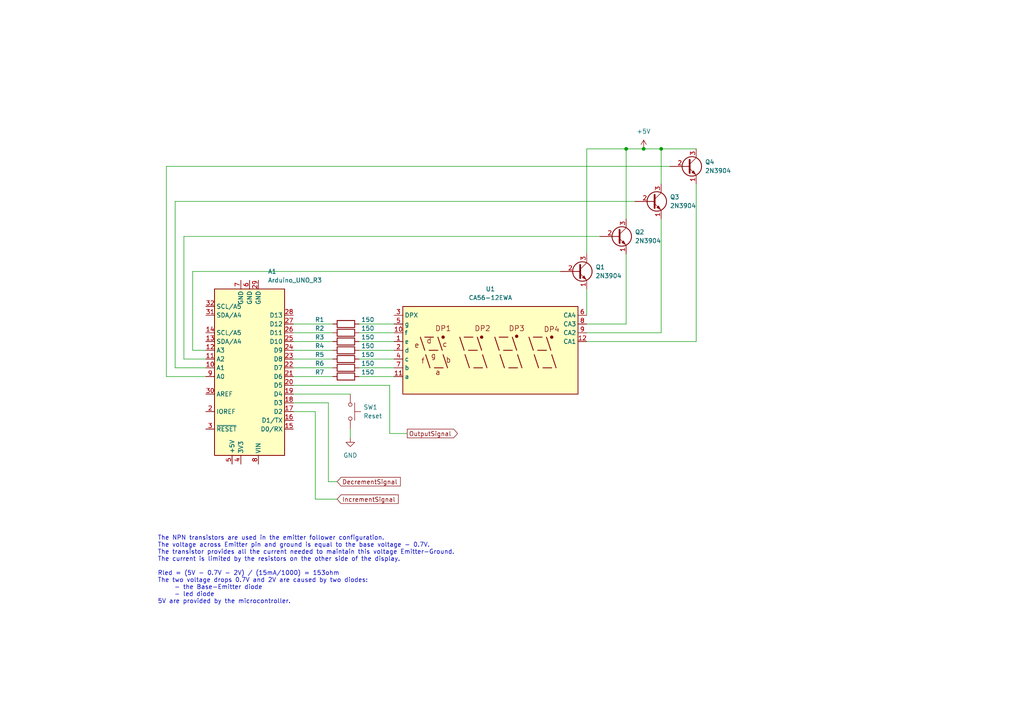
<source format=kicad_sch>
(kicad_sch (version 20211123) (generator eeschema)
  (paper "A4")
  (title_block (title "ValiDisplay2") (date "2022-09-29") (rev "1") (company "Aeindus"))
  (lib_symbols
    (symbol "Device:R" (pin_numbers hide) (pin_names (offset 0))
      (property "Reference" "R" (at 2.032 0 90))
      (property "Value" "R" (at 0 0 90))
      (symbol "R_0_1"
        (rectangle (start -1.016 -2.54) (end 1.016 2.54) (stroke (width 0.254)))
      )
      (symbol "R_1_1"
        (pin passive line (at 0 3.81 270) (length 1.27) (name "~") (number "1"))
        (pin passive line (at 0 -3.81 90) (length 1.27) (name "~") (number "2"))
      )
    )
    (symbol "Display_Character:CA56-12EWA"
      (property "Reference" "U" (at -24.13 13.97 0))
      (property "Value" "CA56-12EWA" (at 19.05 13.97 0))
      (symbol "CA56-12EWA_0_0"
        (rectangle (start -25.4 12.7) (end 25.4 -12.7) (stroke (width 0.254)) (fill (type background)))
        (polyline (pts (xy -20.32 -3.81) (xy -19.05 0)) (stroke (width 0.254)))
        (polyline (pts (xy -19.05 -3.81) (xy -16.51 -3.81)) (stroke (width 0.254)))
        (polyline (pts (xy -18.796 1.27) (xy -17.526 5.08)) (stroke (width 0.254)))
        (polyline (pts (xy -17.78 0) (xy -15.24 0)) (stroke (width 0.254)))
        (polyline (pts (xy -16.256 5.08) (xy -13.716 5.08)) (stroke (width 0.254)))
        (polyline (pts (xy -15.24 -3.81) (xy -13.97 0)) (stroke (width 0.254)))
        (polyline (pts (xy -13.716 1.27) (xy -12.446 5.08)) (stroke (width 0.254)))
        (polyline (pts (xy -8.89 -3.81) (xy -7.62 0)) (stroke (width 0.254)))
        (polyline (pts (xy -7.62 -3.81) (xy -5.08 -3.81)) (stroke (width 0.254)))
        (polyline (pts (xy -7.366 1.27) (xy -6.096 5.08)) (stroke (width 0.254)))
        (polyline (pts (xy -6.35 0) (xy -3.81 0)) (stroke (width 0.254)))
        (polyline (pts (xy -4.826 5.08) (xy -2.286 5.08)) (stroke (width 0.254)))
        (polyline (pts (xy -3.81 -3.81) (xy -2.54 0)) (stroke (width 0.254)))
        (polyline (pts (xy -2.286 1.27) (xy -1.016 5.08)) (stroke (width 0.254)))
        (polyline (pts (xy 1.27 -3.81) (xy 2.54 0)) (stroke (width 0.254)))
        (polyline (pts (xy 2.54 -3.81) (xy 5.08 -3.81)) (stroke (width 0.254)))
        (polyline (pts (xy 2.794 1.27) (xy 4.064 5.08)) (stroke (width 0.254)))
        (polyline (pts (xy 3.81 0) (xy 6.35 0)) (stroke (width 0.254)))
        (polyline (pts (xy 5.334 5.08) (xy 7.874 5.08)) (stroke (width 0.254)))
        (polyline (pts (xy 6.35 -3.81) (xy 7.62 0)) (stroke (width 0.254)))
        (polyline (pts (xy 7.874 1.27) (xy 9.144 5.08)) (stroke (width 0.254)))
        (polyline (pts (xy 11.176 -3.81) (xy 12.446 0)) (stroke (width 0.254)))
        (polyline (pts (xy 12.446 -3.81) (xy 14.986 -3.81)) (stroke (width 0.254)))
        (polyline (pts (xy 12.7 1.27) (xy 13.97 5.08)) (stroke (width 0.254)))
        (polyline (pts (xy 13.716 0) (xy 16.256 0)) (stroke (width 0.254)))
        (polyline (pts (xy 15.24 5.08) (xy 17.78 5.08)) (stroke (width 0.254)))
        (polyline (pts (xy 16.256 -3.81) (xy 17.526 0)) (stroke (width 0.254)))
        (polyline (pts (xy 17.78 1.27) (xy 19.05 5.08)) (stroke (width 0.254)))
        (text "a" (at -15.24 6.35 0) (effects (font (size 1.524 1.524))))
        (text "b" (at -12.192 2.794 0) (effects (font (size 1.524 1.524))))
        (text "c" (at -13.208 -1.778 0) (effects (font (size 1.524 1.524))))
        (text "d" (at -17.78 -2.794 0) (effects (font (size 1.524 1.524))))
        (text "DP1" (at -13.716 -6.35 0) (effects (font (size 1.524 1.524))))
        (text "DP2" (at -2.286 -6.35 0) (effects (font (size 1.524 1.524))))
        (text "DP3" (at 7.62 -6.35 0) (effects (font (size 1.524 1.524))))
        (text "DP4" (at 17.78 -6.096 0) (effects (font (size 1.524 1.524))))
        (text "e" (at -21.336 -1.524 0) (effects (font (size 1.524 1.524))))
        (text "f" (at -19.558 3.048 0) (effects (font (size 1.524 1.524))))
        (text "g" (at -16.51 1.524 0) (effects (font (size 1.524 1.524))))
      )
      (symbol "CA56-12EWA_0_1"
        (circle (center -13.716 -3.81) (radius 0.3556) (stroke (width 0.254)) (fill (type outline)))
        (circle (center -2.54 -3.81) (radius 0.3556) (stroke (width 0.254)) (fill (type outline)))
      )
      (symbol "CA56-12EWA_1_0"
        (circle (center 7.62 -4.064) (radius 0.3556) (stroke (width 0.254)) (fill (type outline)))
        (circle (center 17.78 -3.81) (radius 0.3556) (stroke (width 0.254)) (fill (type outline)))
      )
      (symbol "CA56-12EWA_1_1"
        (pin input line (at -27.94 -2.54 0) (length 2.54) (name "e") (number "1"))
        (pin input line (at -27.94 -5.08 0) (length 2.54) (name "f") (number "10"))
        (pin input line (at -27.94 7.62 0) (length 2.54) (name "a") (number "11"))
        (pin input line (at 27.94 -2.54 180) (length 2.54) (name "CA1") (number "12"))
        (pin input line (at -27.94 0 0) (length 2.54) (name "d") (number "2"))
        (pin input line (at -27.94 -10.16 0) (length 2.54) (name "DPX") (number "3"))
        (pin input line (at -27.94 2.54 0) (length 2.54) (name "c") (number "4"))
        (pin input line (at -27.94 -7.62 0) (length 2.54) (name "g") (number "5"))
        (pin input line (at 27.94 -10.16 180) (length 2.54) (name "CA4") (number "6"))
        (pin input line (at -27.94 5.08 0) (length 2.54) (name "b") (number "7"))
        (pin input line (at 27.94 -7.62 180) (length 2.54) (name "CA3") (number "8"))
        (pin input line (at 27.94 -5.08 180) (length 2.54) (name "CA2") (number "9"))
      )
    )
    (symbol "MCU_Module:Arduino_UNO_R3"
      (property "Reference" "A" (at -10.16 23.495 0))
      (property "Value" "Arduino_UNO_R3" (at 5.08 -26.67 0))
      (symbol "Arduino_UNO_R3_0_1"
        (rectangle (start -10.16 22.86) (end 10.16 -25.4) (stroke (width 0.254)) (fill (type background)))
      )
      (symbol "Arduino_UNO_R3_1_1"
        (pin no_connect line (at -10.16 -20.32 0) (length 2.54) hide (name "NC") (number "1"))
        (pin bidirectional line (at 12.7 -2.54 180) (length 2.54) (name "A1") (number "10"))
        (pin bidirectional line (at 12.7 -5.08 180) (length 2.54) (name "A2") (number "11"))
        (pin bidirectional line (at 12.7 -7.62 180) (length 2.54) (name "A3") (number "12"))
        (pin bidirectional line (at 12.7 -10.16 180) (length 2.54) (name "SDA/A4") (number "13"))
        (pin bidirectional line (at 12.7 -12.7 180) (length 2.54) (name "SCL/A5") (number "14"))
        (pin bidirectional line (at -12.7 15.24 0) (length 2.54) (name "D0/RX") (number "15"))
        (pin bidirectional line (at -12.7 12.7 0) (length 2.54) (name "D1/TX") (number "16"))
        (pin bidirectional line (at -12.7 10.16 0) (length 2.54) (name "D2") (number "17"))
        (pin bidirectional line (at -12.7 7.62 0) (length 2.54) (name "D3") (number "18"))
        (pin bidirectional line (at -12.7 5.08 0) (length 2.54) (name "D4") (number "19"))
        (pin output line (at 12.7 10.16 180) (length 2.54) (name "IOREF") (number "2"))
        (pin bidirectional line (at -12.7 2.54 0) (length 2.54) (name "D5") (number "20"))
        (pin bidirectional line (at -12.7 0 0) (length 2.54) (name "D6") (number "21"))
        (pin bidirectional line (at -12.7 -2.54 0) (length 2.54) (name "D7") (number "22"))
        (pin bidirectional line (at -12.7 -5.08 0) (length 2.54) (name "D8") (number "23"))
        (pin bidirectional line (at -12.7 -7.62 0) (length 2.54) (name "D9") (number "24"))
        (pin bidirectional line (at -12.7 -10.16 0) (length 2.54) (name "D10") (number "25"))
        (pin bidirectional line (at -12.7 -12.7 0) (length 2.54) (name "D11") (number "26"))
        (pin bidirectional line (at -12.7 -15.24 0) (length 2.54) (name "D12") (number "27"))
        (pin bidirectional line (at -12.7 -17.78 0) (length 2.54) (name "D13") (number "28"))
        (pin power_in line (at -2.54 -27.94 90) (length 2.54) (name "GND") (number "29"))
        (pin input line (at 12.7 15.24 180) (length 2.54) (name "~{RESET}") (number "3"))
        (pin input line (at 12.7 5.08 180) (length 2.54) (name "AREF") (number "30"))
        (pin bidirectional line (at 12.7 -17.78 180) (length 2.54) (name "SDA/A4") (number "31"))
        (pin bidirectional line (at 12.7 -20.32 180) (length 2.54) (name "SCL/A5") (number "32"))
        (pin power_out line (at 2.54 25.4 270) (length 2.54) (name "3V3") (number "4"))
        (pin power_out line (at 5.08 25.4 270) (length 2.54) (name "+5V") (number "5"))
        (pin power_in line (at 0 -27.94 90) (length 2.54) (name "GND") (number "6"))
        (pin power_in line (at 2.54 -27.94 90) (length 2.54) (name "GND") (number "7"))
        (pin power_in line (at -2.54 25.4 270) (length 2.54) (name "VIN") (number "8"))
        (pin bidirectional line (at 12.7 0 180) (length 2.54) (name "A0") (number "9"))
      )
    )
    (symbol "Switch:SW_Push" (pin_numbers hide) (pin_names (offset 1.016) hide)
      (property "Reference" "SW" (at 1.27 2.54 0))
      (property "Value" "SW_Push" (at 0 -1.524 0))
      (symbol "SW_Push_0_1"
        (circle (center -2.032 0) (radius 0.508))
        (polyline (pts (xy 0 1.27) (xy 0 3.048)))
        (polyline (pts (xy 2.54 1.27) (xy -2.54 1.27)))
        (circle (center 2.032 0) (radius 0.508))
        (pin passive line (at -5.08 0 0) (length 2.54) (name "1") (number "1"))
        (pin passive line (at 5.08 0 180) (length 2.54) (name "2") (number "2"))
      )
    )
    (symbol "Transistor_BJT:2N3904" (pin_names (offset 0) hide)
      (property "Reference" "Q" (at 5.08 1.905 0))
      (property "Value" "2N3904" (at 5.08 0 0))
      (symbol "2N3904_0_1"
        (polyline (pts (xy 0.635 0.635) (xy 2.54 2.54)))
        (polyline (pts (xy 0.635 -0.635) (xy 2.54 -2.54) (xy 2.54 -2.54)))
        (polyline (pts (xy 0.635 1.905) (xy 0.635 -1.905) (xy 0.635 -1.905)) (stroke (width 0.508)))
        (polyline (pts (xy 1.27 -1.778) (xy 1.778 -1.27) (xy 2.286 -2.286) (xy 1.27 -1.778) (xy 1.27 -1.778)) (fill (type outline)))
        (circle (center 1.27 0) (radius 2.8194) (stroke (width 0.254)))
      )
      (symbol "2N3904_1_1"
        (pin passive line (at 2.54 -5.08 90) (length 2.54) (name "E") (number "1"))
        (pin passive line (at -5.08 0 0) (length 5.715) (name "B") (number "2"))
        (pin passive line (at 2.54 5.08 270) (length 2.54) (name "C") (number "3"))
      )
    )
    (symbol "power:+5V" (power) (pin_names (offset 0))
      (property "Value" "+5V" (at 0 3.556 0))
      (symbol "+5V_0_1"
        (polyline (pts (xy -0.762 1.27) (xy 0 2.54)))
        (polyline (pts (xy 0 0) (xy 0 2.54)))
        (polyline (pts (xy 0 2.54) (xy 0.762 1.27)))
      )
      (symbol "+5V_1_1"
        (pin power_in line (at 0 0 90) (length 0) hide (name "+5V") (number "1"))
      )
    )
    (symbol "power:GND" (power) (pin_names (offset 0))
      (property "Value" "GND" (at 0 -3.81 0))
      (symbol "GND_0_1"
        (polyline (pts (xy 0 0) (xy 0 -1.27) (xy 1.27 -1.27) (xy 0 -2.54) (xy -1.27 -1.27) (xy 0 -1.27)))
      )
      (symbol "GND_1_1"
        (pin power_in line (at 0 0 270) (length 0) hide (name "GND") (number "1"))
      )
    )
  )
  (junction (at 186.69 43.18))
  (junction (at 181.61 43.18))
  (junction (at 191.77 43.18))
  (wire (pts (xy 184.15 58.42) (xy 50.8 58.42)))
  (wire (pts (xy 55.88 78.74) (xy 55.88 101.6)))
  (wire (pts (xy 104.14 101.6) (xy 114.3 101.6)))
  (wire (pts (xy 191.77 63.5) (xy 191.77 96.52)))
  (wire (pts (xy 85.09 104.14) (xy 96.52 104.14)))
  (wire (pts (xy 113.03 125.73) (xy 118.11 125.73)))
  (wire (pts (xy 162.56 78.74) (xy 55.88 78.74)))
  (wire (pts (xy 85.09 114.3) (xy 101.6 114.3)))
  (wire (pts (xy 85.09 109.22) (xy 96.52 109.22)))
  (wire (pts (xy 101.6 124.46) (xy 101.6 127)))
  (wire (pts (xy 85.09 106.68) (xy 96.52 106.68)))
  (wire (pts (xy 85.09 93.98) (xy 96.52 93.98)))
  (wire (pts (xy 85.09 111.76) (xy 113.03 111.76)))
  (wire (pts (xy 85.09 101.6) (xy 96.52 101.6)))
  (wire (pts (xy 85.09 99.06) (xy 96.52 99.06)))
  (wire (pts (xy 104.14 99.06) (xy 114.3 99.06)))
  (wire (pts (xy 170.18 43.18) (xy 181.61 43.18)))
  (wire (pts (xy 104.14 96.52) (xy 114.3 96.52)))
  (wire (pts (xy 85.09 116.84) (xy 95.25 116.84)))
  (wire (pts (xy 194.31 48.26) (xy 48.26 48.26)))
  (wire (pts (xy 91.44 119.38) (xy 91.44 144.78)))
  (wire (pts (xy 104.14 109.22) (xy 114.3 109.22)))
  (wire (pts (xy 48.26 109.22) (xy 59.69 109.22)))
  (wire (pts (xy 170.18 83.82) (xy 170.18 91.44)))
  (wire (pts (xy 113.03 111.76) (xy 113.03 125.73)))
  (wire (pts (xy 191.77 96.52) (xy 170.18 96.52)))
  (wire (pts (xy 55.88 101.6) (xy 59.69 101.6)))
  (wire (pts (xy 170.18 73.66) (xy 170.18 43.18)))
  (wire (pts (xy 181.61 73.66) (xy 181.61 93.98)))
  (wire (pts (xy 95.25 139.7) (xy 97.79 139.7)))
  (wire (pts (xy 191.77 43.18) (xy 201.93 43.18)))
  (wire (pts (xy 95.25 116.84) (xy 95.25 139.7)))
  (wire (pts (xy 181.61 43.18) (xy 181.61 63.5)))
  (wire (pts (xy 181.61 43.18) (xy 186.69 43.18)))
  (wire (pts (xy 104.14 104.14) (xy 114.3 104.14)))
  (wire (pts (xy 186.69 43.18) (xy 191.77 43.18)))
  (wire (pts (xy 181.61 93.98) (xy 170.18 93.98)))
  (wire (pts (xy 53.34 104.14) (xy 59.69 104.14)))
  (wire (pts (xy 191.77 43.18) (xy 191.77 53.34)))
  (wire (pts (xy 50.8 106.68) (xy 59.69 106.68)))
  (wire (pts (xy 91.44 144.78) (xy 97.79 144.78)))
  (wire (pts (xy 104.14 106.68) (xy 114.3 106.68)))
  (wire (pts (xy 173.99 68.58) (xy 53.34 68.58)))
  (wire (pts (xy 50.8 58.42) (xy 50.8 106.68)))
  (wire (pts (xy 201.93 99.06) (xy 170.18 99.06)))
  (wire (pts (xy 104.14 93.98) (xy 114.3 93.98)))
  (wire (pts (xy 85.09 119.38) (xy 91.44 119.38)))
  (wire (pts (xy 53.34 68.58) (xy 53.34 104.14)))
  (wire (pts (xy 201.93 53.34) (xy 201.93 99.06)))
  (wire (pts (xy 48.26 48.26) (xy 48.26 109.22)))
  (wire (pts (xy 85.09 96.52) (xy 96.52 96.52)))
  (text "The NPN transistors are used in the emitter follower configuration.\nThe voltage across Emitter pin and ground is equal to the base voltage - 0.7V.\nThe transistor provides all the current needed to maintain this voltage Emitter-Ground.\nThe current is limited by the resistors on the other side of the display.\n\nRled = (5V - 0.7V - 2V) / (15mA/1000) = 153ohm\nThe two voltage drops 0.7V and 2V are caused by two diodes:\n	- the Base-Emitter diode\n	- led diode\n5V are provided by the microcontroller." (at 45.72 175.26 0) (effects (font (size 1.27 1.27)) (justify left bottom)))
  (global_label "IncrementSignal" (shape input) (at 97.79 144.78 0) (property "Intersheet References" "${INTERSHEET_REFS}" (effects hide)))
  (global_label "DecrementSignal" (shape input) (at 97.79 139.7 0) (property "Intersheet References" "${INTERSHEET_REFS}" (effects hide)))
  (global_label "OutputSignal" (shape output) (at 118.11 125.73 0) (property "Intersheet References" "${INTERSHEET_REFS}" (effects hide)))
  (symbol (lib_id "Device:R") (at 100.33 104.14 90) (unit 1)
    (property "Reference" "R5" (at 92.71 102.87 90))
    (property "Value" "150" (at 106.68 102.87 90))
  )
  (symbol (lib_id "Transistor_BJT:2N3904") (at 179.07 68.58 0) (unit 1)
    (property "Reference" "Q2" (at 184.15 67.3099 0) (effects (justify left)))
    (property "Value" "2N3904" (at 184.15 69.8499 0) (effects (justify left)))
    (property "Footprint" "Package_TO_SOT_THT:TO-92_Inline" (effects hide))
    (property "Datasheet" "https://www.onsemi.com/pub/Collateral/2N3903-D.PDF" (effects hide))
  )
  (symbol (lib_id "Display_Character:CA56-12EWA") (at 142.24 101.6 0) (mirror x) (unit 1)
    (property "Reference" "U1" (at 142.24 83.82 0))
    (property "Value" "CA56-12EWA" (at 142.24 86.36 0))
    (property "Footprint" "Display_7Segment:CA56-12EWA" (effects hide))
    (property "Datasheet" "http://www.kingbrightusa.com/images/catalog/SPEC/CA56-12EWA.pdf" (effects hide))
  )
  (symbol (lib_id "Transistor_BJT:2N3904") (at 167.64 78.74 0) (unit 1)
    (property "Reference" "Q1" (at 172.72 77.4699 0) (effects (justify left)))
    (property "Value" "2N3904" (at 172.72 80.0099 0) (effects (justify left)))
    (property "Footprint" "Package_TO_SOT_THT:TO-92_Inline" (effects hide))
    (property "Datasheet" "https://www.onsemi.com/pub/Collateral/2N3903-D.PDF" (effects hide))
  )
  (symbol (lib_id "Device:R") (at 100.33 99.06 90) (unit 1)
    (property "Reference" "R3" (at 92.71 97.79 90))
    (property "Value" "150" (at 106.68 97.79 90))
  )
  (symbol (lib_id "Device:R") (at 100.33 106.68 90) (unit 1)
    (property "Reference" "R6" (at 92.71 105.41 90))
    (property "Value" "150" (at 106.68 105.41 90))
  )
  (symbol (lib_id "Switch:SW_Push") (at 101.6 119.38 270) (unit 1)
    (property "Reference" "SW1" (at 105.41 118.1099 90) (effects (justify left)))
    (property "Value" "Reset" (at 105.41 120.6499 90) (effects (justify left)))
  )
  (symbol (lib_id "Device:R") (at 100.33 96.52 90) (unit 1)
    (property "Reference" "R2" (at 92.71 95.25 90))
    (property "Value" "150" (at 106.68 95.25 90))
  )
  (symbol (lib_id "Device:R") (at 100.33 93.98 90) (unit 1)
    (property "Reference" "R1" (at 92.71 92.71 90))
    (property "Value" "150" (at 106.68 92.71 90))
  )
  (symbol (lib_id "Transistor_BJT:2N3904") (at 189.23 58.42 0) (unit 1)
    (property "Reference" "Q3" (at 194.31 57.1499 0) (effects (justify left)))
    (property "Value" "2N3904" (at 194.31 59.6899 0) (effects (justify left)))
    (property "Footprint" "Package_TO_SOT_THT:TO-92_Inline" (effects hide))
    (property "Datasheet" "https://www.onsemi.com/pub/Collateral/2N3903-D.PDF" (effects hide))
  )
  (symbol (lib_id "power:GND") (at 101.6 127 0) (unit 1)
    (property "Reference" "#PWR01" (effects hide))
    (property "Value" "GND" (at 101.6 132.08 0))
  )
  (symbol (lib_id "MCU_Module:Arduino_UNO_R3") (at 72.39 109.22 180) (unit 1)
    (property "Reference" "A1" (at 77.6987 78.74 0) (effects (justify right)))
    (property "Value" "Arduino_UNO_R3" (at 77.6987 81.28 0) (effects (justify right)))
    (property "Footprint" "Module:Arduino_UNO_R3" (effects hide))
    (property "Datasheet" "https://www.arduino.cc/en/Main/arduinoBoardUno" (effects hide))
  )
  (symbol (lib_id "Transistor_BJT:2N3904") (at 199.39 48.26 0) (unit 1)
    (property "Reference" "Q4" (at 204.47 46.9899 0) (effects (justify left)))
    (property "Value" "2N3904" (at 204.47 49.5299 0) (effects (justify left)))
    (property "Footprint" "Package_TO_SOT_THT:TO-92_Inline" (effects hide))
    (property "Datasheet" "https://www.onsemi.com/pub/Collateral/2N3903-D.PDF" (effects hide))
  )
  (symbol (lib_id "power:+5V") (at 186.69 43.18 0) (unit 1)
    (property "Reference" "#PWR02" (effects hide))
    (property "Value" "+5V" (at 186.69 38.1 0))
  )
  (symbol (lib_id "Device:R") (at 100.33 109.22 90) (unit 1)
    (property "Reference" "R7" (at 92.71 107.95 90))
    (property "Value" "150" (at 106.68 107.95 90))
  )
  (symbol (lib_id "Device:R") (at 100.33 101.6 90) (unit 1)
    (property "Reference" "R4" (at 92.71 100.33 90))
    (property "Value" "150" (at 106.68 100.33 90))
  )
)
</source>
